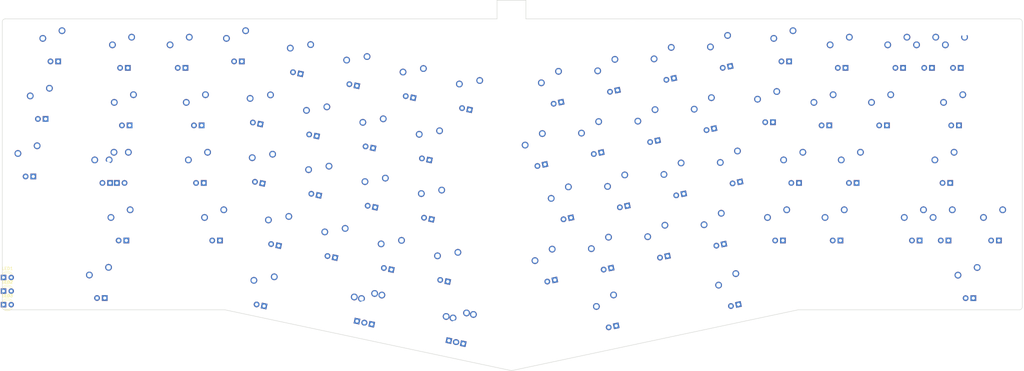
<source format=kicad_pcb>
(kicad_pcb (version 20221018) (generator pcbnew)
  (layers (0 "F.Cu" signal) (31 "B.Cu" signal) (34 "B.Paste" user) (35 "F.Paste" user) (36 "B.SilkS" user "B.Silkscreen") (37 "F.SilkS" user "F.Silkscreen") (38 "B.Mask" user) (39 "F.Mask" user) (44 "Edge.Cuts" user))
  (net 0 "")
  (net 1 "Net-(LED1-Pad2)")
  (net 2 "Net-(LED1-Pad1)")
  (net 3 "Net-(LED2-Pad2)")
  (net 4 "Net-(LED2-Pad1)")
  (net 5 "Net-(LED3-Pad2)")
  (net 6 "Net-(LED3-Pad1)")
  (net 7 "Net-(MX1-Pad2)")
  (net 8 "Net-(MX1-Pad1)")
  (net 9 "Net-(MX2-Pad2)")
  (net 10 "Net-(MX2-Pad1)")
  (net 11 "Net-(MX3-Pad2)")
  (net 12 "Net-(MX3-Pad1)")
  (net 13 "Net-(MX4-Pad2)")
  (net 14 "Net-(MX4-Pad1)")
  (net 15 "Net-(MX9-Pad2)")
  (net 16 "Net-(MX9-Pad1)")
  (net 17 "Net-(MX5-Pad2)")
  (net 18 "Net-(MX5-Pad1)")
  (net 19 "Net-(MX6-Pad2)")
  (net 20 "Net-(MX6-Pad1)")
  (net 21 "Net-(MX7-Pad2)")
  (net 22 "Net-(MX7-Pad1)")
  (net 23 "Net-(MX8-Pad2)")
  (net 24 "Net-(MX8-Pad1)")
  (net 25 "Net-(MX10-Pad2)")
  (net 26 "Net-(MX10-Pad1)")
  (net 27 "Net-(MX11-Pad2)")
  (net 28 "Net-(MX11-Pad1)")
  (net 29 "Net-(MX12-Pad2)")
  (net 30 "Net-(MX12-Pad1)")
  (net 31 "Net-(B1-Pad2)")
  (net 32 "Net-(B1-Pad1)")
  (net 33 "Net-(B2-Pad2)")
  (net 34 "Net-(B2-Pad1)")
  (net 35 "Net-(B3-Pad2)")
  (net 36 "Net-(B3-Pad1)")
  (net 37 "Net-(B4-Pad2)")
  (net 38 "Net-(B4-Pad1)")
  (net 39 "Net-(B5-Pad2)")
  (net 40 "Net-(B5-Pad1)")
  (net 41 "Net-(B6-Pad2)")
  (net 42 "Net-(B6-Pad1)")
  (net 43 "Net-(B7-Pad2)")
  (net 44 "Net-(B7-Pad1)")
  (net 45 "Net-(B8-Pad2)")
  (net 46 "Net-(B8-Pad1)")
  (net 47 "Net-(B9-Pad2)")
  (net 48 "Net-(B9-Pad1)")
  (net 49 "Net-(B10-Pad2)")
  (net 50 "Net-(B10-Pad1)")
  (net 51 "Net-(B11-Pad2)")
  (net 52 "Net-(B11-Pad1)")
  (net 53 "Net-(B12-Pad2)")
  (net 54 "Net-(B12-Pad1)")
  (net 55 "Net-(MX13-Pad2)")
  (net 56 "Net-(MX13-Pad1)")
  (net 57 "Net-(MX14-Pad2)")
  (net 58 "Net-(MX14-Pad1)")
  (net 59 "Net-(MX15-Pad2)")
  (net 60 "Net-(MX15-Pad1)")
  (net 61 "Net-(MX16-Pad2)")
  (net 62 "Net-(MX16-Pad1)")
  (net 63 "Net-(MX17-Pad2)")
  (net 64 "Net-(MX17-Pad1)")
  (net 65 "Net-(B13-Pad2)")
  (net 66 "Net-(B13-Pad1)")
  (net 67 "Net-(B14-Pad2)")
  (net 68 "Net-(B14-Pad1)")
  (net 69 "Net-(B15-Pad2)")
  (net 70 "Net-(B15-Pad1)")
  (net 71 "Net-(B16-Pad2)")
  (net 72 "Net-(B16-Pad1)")
  (net 73 "Net-(B17-Pad2)")
  (net 74 "Net-(B17-Pad1)")
  (net 75 "Net-(MX18-Pad2)")
  (net 76 "Net-(MX18-Pad1)")
  (net 77 "Net-(MX19-Pad2)")
  (net 78 "Net-(MX19-Pad1)")
  (net 79 "Net-(MX20-Pad2)")
  (net 80 "Net-(MX20-Pad1)")
  (net 81 "Net-(MX21-Pad2)")
  (net 82 "Net-(MX21-Pad1)")
  (net 83 "Net-(B18-Pad2)")
  (net 84 "Net-(B18-Pad1)")
  (net 85 "Net-(B19-Pad2)")
  (net 86 "Net-(B19-Pad1)")
  (net 87 "Net-(B20-Pad2)")
  (net 88 "Net-(B20-Pad1)")
  (net 89 "Net-(B21-Pad2)")
  (net 90 "Net-(B21-Pad1)")
  (net 91 "Net-(MX22-Pad2)")
  (net 92 "Net-(MX22-Pad1)")
  (net 93 "Net-(MX23-Pad2)")
  (net 94 "Net-(MX23-Pad1)")
  (net 95 "Net-(MX24-Pad2)")
  (net 96 "Net-(MX24-Pad1)")
  (net 97 "Net-(MX25-Pad2)")
  (net 98 "Net-(MX25-Pad1)")
  (net 99 "Net-(B22-Pad2)")
  (net 100 "Net-(B22-Pad1)")
  (net 101 "Net-(B23-Pad2)")
  (net 102 "Net-(B23-Pad1)")
  (net 103 "Net-(B24-Pad2)")
  (net 104 "Net-(B24-Pad1)")
  (net 105 "Net-(B25-Pad2)")
  (net 106 "Net-(B25-Pad1)")
  (net 107 "Net-(MX26-Pad2)")
  (net 108 "Net-(MX26-Pad1)")
  (net 109 "Net-(B26-Pad2)")
  (net 110 "Net-(B26-Pad1)")
  (net 111 "Net-(MX27-Pad2)")
  (net 112 "Net-(MX27-Pad1)")
  (net 113 "Net-(MX28-Pad2)")
  (net 114 "Net-(MX28-Pad1)")
  (net 115 "Net-(MX29-Pad2)")
  (net 116 "Net-(MX29-Pad1)")
  (net 117 "Net-(MX30-Pad2)")
  (net 118 "Net-(MX30-Pad1)")
  (net 119 "Net-(MX31-Pad2)")
  (net 120 "Net-(MX31-Pad1)")
  (net 121 "Net-(MX32-Pad2)")
  (net 122 "Net-(MX32-Pad1)")
  (net 123 "Net-(B27-Pad2)")
  (net 124 "Net-(B27-Pad1)")
  (net 125 "Net-(B28-Pad2)")
  (net 126 "Net-(B28-Pad1)")
  (net 127 "Net-(B29-Pad2)")
  (net 128 "Net-(B29-Pad1)")
  (net 129 "Net-(B30-Pad2)")
  (net 130 "Net-(B30-Pad1)")
  (net 131 "Net-(B31-Pad2)")
  (net 132 "Net-(B31-Pad1)")
  (net 133 "Net-(B32-Pad2)")
  (net 134 "Net-(B32-Pad1)")
  (net 135 "Net-(MX33-Pad2)")
  (net 136 "Net-(MX33-Pad1)")
  (net 137 "Net-(MX34-Pad2)")
  (net 138 "Net-(MX34-Pad1)")
  (net 139 "Net-(MX35-Pad2)")
  (net 140 "Net-(MX35-Pad1)")
  (net 141 "Net-(MX36-Pad2)")
  (net 142 "Net-(MX36-Pad1)")
  (net 143 "Net-(MX37-Pad2)")
  (net 144 "Net-(MX37-Pad1)")
  (net 145 "Net-(MX38-Pad2)")
  (net 146 "Net-(MX38-Pad1)")
  (net 147 "Net-(MX39-Pad2)")
  (net 148 "Net-(MX39-Pad1)")
  (net 149 "Net-(MX40-Pad2)")
  (net 150 "Net-(MX40-Pad1)")
  (net 151 "Net-(MX41-Pad2)")
  (net 152 "Net-(MX41-Pad1)")
  (net 153 "Net-(B33-Pad2)")
  (net 154 "Net-(B33-Pad1)")
  (net 155 "Net-(B34-Pad2)")
  (net 156 "Net-(B34-Pad1)")
  (net 157 "Net-(B35-Pad2)")
  (net 158 "Net-(B35-Pad1)")
  (net 159 "Net-(B36-Pad2)")
  (net 160 "Net-(B36-Pad1)")
  (net 161 "Net-(B37-Pad2)")
  (net 162 "Net-(B37-Pad1)")
  (net 163 "Net-(B38-Pad2)")
  (net 164 "Net-(B38-Pad1)")
  (net 165 "Net-(B39-Pad2)")
  (net 166 "Net-(B39-Pad1)")
  (net 167 "Net-(B40-Pad2)")
  (net 168 "Net-(B40-Pad1)")
  (net 169 "Net-(B41-Pad2)")
  (net 170 "Net-(B41-Pad1)")
  (net 171 "Net-(MX42-Pad2)")
  (net 172 "Net-(MX42-Pad1)")
  (net 173 "Net-(MX43-Pad2)")
  (net 174 "Net-(MX43-Pad1)")
  (net 175 "Net-(MX44-Pad2)")
  (net 176 "Net-(MX44-Pad1)")
  (net 177 "Net-(MX45-Pad2)")
  (net 178 "Net-(MX45-Pad1)")
  (net 179 "Net-(B42-Pad2)")
  (net 180 "Net-(B42-Pad1)")
  (net 181 "Net-(B43-Pad2)")
  (net 182 "Net-(B43-Pad1)")
  (net 183 "Net-(B44-Pad2)")
  (net 184 "Net-(B44-Pad1)")
  (net 185 "Net-(B45-Pad2)")
  (net 186 "Net-(B45-Pad1)")
  (net 187 "Net-(MX46-Pad2)")
  (net 188 "Net-(MX46-Pad1)")
  (net 189 "Net-(MX47-Pad2)")
  (net 190 "Net-(MX47-Pad1)")
  (net 191 "Net-(MX48-Pad2)")
  (net 192 "Net-(MX48-Pad1)")
  (net 193 "Net-(MX49-Pad2)")
  (net 194 "Net-(MX49-Pad1)")
  (net 195 "Net-(MX50-Pad2)")
  (net 196 "Net-(MX50-Pad1)")
  (net 197 "Net-(B46-Pad2)")
  (net 198 "Net-(B46-Pad1)")
  (net 199 "Net-(B47-Pad2)")
  (net 200 "Net-(B47-Pad1)")
  (net 201 "Net-(B48-Pad2)")
  (net 202 "Net-(B48-Pad1)")
  (net 203 "Net-(B49-Pad2)")
  (net 204 "Net-(B49-Pad1)")
  (net 205 "Net-(B50-Pad2)")
  (net 206 "Net-(B50-Pad1)")
  (net 207 "Net-(MX51-Pad2)")
  (net 208 "Net-(MX51-Pad1)")
  (net 209 "Net-(MX52-Pad2)")
  (net 210 "Net-(MX52-Pad1)")
  (net 211 "Net-(MX53-Pad2)")
  (net 212 "Net-(MX53-Pad1)")
  (net 213 "Net-(MX54-Pad2)")
  (net 214 "Net-(MX54-Pad1)")
  (net 215 "Net-(MX55-Pad2)")
  (net 216 "Net-(MX55-Pad1)")
  (net 217 "Net-(MX56-Pad2)")
  (net 218 "Net-(MX56-Pad1)")
  (net 219 "Net-(MX57-Pad2)")
  (net 220 "Net-(MX57-Pad1)")
  (net 221 "Net-(MX58-Pad2)")
  (net 222 "Net-(MX58-Pad1)")
  (net 223 "Net-(B51-Pad2)")
  (net 224 "Net-(B51-Pad1)")
  (net 225 "Net-(B52-Pad2)")
  (net 226 "Net-(B52-Pad1)")
  (net 227 "Net-(B53-Pad2)")
  (net 228 "Net-(B53-Pad1)")
  (net 229 "Net-(B54-Pad2)")
  (net 230 "Net-(B54-Pad1)")
  (net 231 "Net-(B55-Pad2)")
  (net 232 "Net-(B55-Pad1)")
  (net 233 "Net-(B56-Pad2)")
  (net 234 "Net-(B56-Pad1)")
  (net 235 "Net-(B57-Pad2)")
  (net 236 "Net-(B57-Pad1)")
  (net 237 "Net-(B58-Pad2)")
  (net 238 "Net-(B58-Pad1)")
  (net 239 "Net-(MX59-Pad2)")
  (net 240 "Net-(MX59-Pad1)")
  (net 241 "Net-(MX60-Pad2)")
  (net 242 "Net-(MX60-Pad1)")
  (net 243 "Net-(MX61-Pad2)")
  (net 244 "Net-(MX61-Pad1)")
  (net 245 "Net-(MX62-Pad2)")
  (net 246 "Net-(MX62-Pad1)")
  (net 247 "Net-(MX63-Pad2)")
  (net 248 "Net-(MX63-Pad1)")
  (net 249 "Net-(MX64-Pad2)")
  (net 250 "Net-(MX64-Pad1)")
  (net 251 "Net-(MX59A2-Pad2)")
  (net 252 "Net-(MX59A2-Pad1)")
  (net 253 "Net-(MX62A2-Pad2)")
  (net 254 "Net-(MX62A2-Pad1)")
  (net 255 "Net-(B59-Pad2)")
  (net 256 "Net-(B59-Pad1)")
  (net 257 "Net-(B60-Pad2)")
  (net 258 "Net-(B60-Pad1)")
  (net 259 "Net-(B61-Pad2)")
  (net 260 "Net-(B61-Pad1)")
  (net 261 "Net-(B62-Pad2)")
  (net 262 "Net-(B62-Pad1)")
  (net 263 "Net-(B63-Pad2)")
  (net 264 "Net-(B63-Pad1)")
  (net 265 "Net-(B64-Pad2)")
  (net 266 "Net-(B64-Pad1)")
  (net 267 "Net-(B59A1-Pad2)")
  (net 268 "Net-(B59A1-Pad1)")
  (net 269 "Net-(B59A2-Pad2)")
  (net 270 "Net-(B59A2-Pad1)")
  (net 271 "Net-(B62A1-Pad2)")
  (net 272 "Net-(B62A1-Pad1)")
  (net 273 "Net-(B62A2-Pad2)")
  (net 274 "Net-(B62A2-Pad1)")
  (footprint "LED_THT:LED_D3.0mm" (layer "F.Cu") (at -48.058541 -24.735934)
    (fp_text reference "LED1")
    (fp_text value "LED")
  )
  (footprint "LED_THT:LED_D3.0mm" (layer "F.Cu") (at -48.058541 -20.235934)
    (fp_text reference "LED2")
    (fp_text value "LED")
  )
  (footprint "LED_THT:LED_D3.0mm" (layer "F.Cu") (at -48.058541 -15.735934)
    (fp_text reference "LED3")
    (fp_text value "LED")
  )
  (footprint "MX_Alps:MXOnly-1U-NoLED" (layer "F.Cu") (at -31.268541 -101.355934)
    (fp_text reference "MX1")
    (fp_text value "MX-NoLED")
  )
  (footprint "MX_Alps:MXOnly-1U-NoLED" (layer "F.Cu") (at -35.428541 -82.305934)
    (fp_text reference "MX2")
    (fp_text value "MX-NoLED")
  )
  (footprint "MX_Alps:MXOnly-1U-NoLED" (layer "F.Cu") (at -39.498541 -63.255934)
    (fp_text reference "MX3")
    (fp_text value "MX-NoLED")
  )
  (footprint "MX_Alps:MXOnly-1U-NoLED" (layer "F.Cu") (at -8.248541 -99.215934)
    (fp_text reference "MX4")
    (fp_text value "MX-NoLED")
  )
  (footprint "MX_Alps:MXOnly-1U-NoLED" (layer "F.Cu") (at 10.801459 -99.215934)
    (fp_text reference "MX9")
    (fp_text value "MX-NoLED")
  )
  (footprint "MX_Alps:MXOnly-1.5U-NoLED" (layer "F.Cu") (at -7.648541 -80.165934)
    (fp_text reference "MX5")
    (fp_text value "MX-NoLED")
  )
  (footprint "MX_Alps:MXOnly-1.75U-NoLED" (layer "F.Cu") (at -9.336541 -61.115934)
    (fp_text reference "MX6")
    (fp_text value "MX-NoLED")
  )
  (footprint "MX_Alps:MXOnly-2.25U-NoLED" (layer "F.Cu") (at -8.738541 -42.065934)
    (fp_text reference "MX7")
    (fp_text value "MX-NoLED")
  )
  (footprint "MX_Alps:MXOnly-1.5U-NoLED" (layer "F.Cu") (at -15.878541 -23.015934)
    (fp_text reference "MX8")
    (fp_text value "MX-NoLED")
  )
  (footprint "MX_Alps:MXOnly-1.25U-NoLED" (layer "F.Cu") (at -14.099541 -61.115934)
    (fp_text reference "MX6A1")
    (fp_text value "MX-NoLED")
  )
  (footprint "MX_Alps:MXOnly-1U-NoLED" (layer "F.Cu") (at 16.161459 -80.165934)
    (fp_text reference "MX10")
    (fp_text value "MX-NoLED")
  )
  (footprint "MX_Alps:MXOnly-1U-NoLED" (layer "F.Cu") (at 16.861459 -61.115934)
    (fp_text reference "MX11")
    (fp_text value "MX-NoLED")
  )
  (footprint "MX_Alps:MXOnly-1U-NoLED" (layer "F.Cu") (at 22.211459 -42.065934)
    (fp_text reference "MX12")
    (fp_text value "MX-NoLED")
  )
  (footprint "MX_Alps:MXOnly-LEDONLY" (layer "F.Cu") (at -31.268541 -101.355934)
    (fp_text reference "B1")
    (fp_text value "LED")
  )
  (footprint "MX_Alps:MXOnly-LEDONLY" (layer "F.Cu") (at -35.428541 -82.305934)
    (fp_text reference "B2")
    (fp_text value "LED")
  )
  (footprint "MX_Alps:MXOnly-LEDONLY" (layer "F.Cu") (at -39.498541 -63.255934)
    (fp_text reference "B3")
    (fp_text value "LED")
  )
  (footprint "MX_Alps:MXOnly-LEDONLY" (layer "F.Cu") (at -8.248541 -99.215934)
    (fp_text reference "B4")
    (fp_text value "LED")
  )
  (footprint "MX_Alps:MXOnly-LEDONLY" (layer "F.Cu") (at -7.648541 -80.165934)
    (fp_text reference "B5")
    (fp_text value "LED")
  )
  (footprint "MX_Alps:MXOnly-LEDONLY" (layer "F.Cu") (at -9.336541 -61.115934)
    (fp_text reference "B6")
    (fp_text value "LED")
  )
  (footprint "MX_Alps:MXOnly-LEDONLY" (layer "F.Cu") (at -8.738541 -42.065934)
    (fp_text reference "B7")
    (fp_text value "LED")
  )
  (footprint "MX_Alps:MXOnly-LEDONLY" (layer "F.Cu") (at -15.878541 -23.015934)
    (fp_text reference "B8")
    (fp_text value "LED")
  )
  (footprint "MX_Alps:MXOnly-LEDONLY" (layer "F.Cu") (at 10.801459 -99.215934)
    (fp_text reference "B9")
    (fp_text value "LED")
  )
  (footprint "MX_Alps:MXOnly-LEDONLY" (layer "F.Cu") (at 16.161459 -80.165934)
    (fp_text reference "B10")
    (fp_text value "LED")
  )
  (footprint "MX_Alps:MXOnly-LEDONLY" (layer "F.Cu") (at 16.861459 -61.115934)
    (fp_text reference "B11")
    (fp_text value "LED")
  )
  (footprint "MX_Alps:MXOnly-LEDONLY" (layer "F.Cu") (at 22.211459 -42.065934)
    (fp_text reference "B12")
    (fp_text value "LED")
  )
  (footprint "MX_Alps:MXOnly-LEDONLY" (layer "F.Cu") (at -14.099541 -61.115934)
    (fp_text reference "B6A1")
    (fp_text value "LED")
  )
  (footprint "MX_Alps:MXOnly-1U-NoLED" (layer "F.Cu") (at 29.441459 -101.355934)
    (fp_text reference "MX13")
    (fp_text value "MX-NoLED")
  )
  (footprint "MX_Alps:MXOnly-1U-NoLED" (layer "F.Cu") (at 36.661459 -80.745934 -12)
    (fp_text reference "MX14")
    (fp_text value "MX-NoLED")
  )
  (footprint "MX_Alps:MXOnly-1U-NoLED" (layer "F.Cu") (at 37.361459 -61.115934 -12)
    (fp_text reference "MX15")
    (fp_text value "MX-NoLED")
  )
  (footprint "MX_Alps:MXOnly-1U-NoLED" (layer "F.Cu") (at 42.711459 -40.505934 -12)
    (fp_text reference "MX16")
    (fp_text value "MX-NoLED")
  )
  (footprint "MX_Alps:MXOnly-1.5U-NoLED" (layer "F.Cu") (at 37.901459 -20.515934 -12)
    (fp_text reference "MX17")
    (fp_text value "MX-NoLED")
  )
  (footprint "MX_Alps:MXOnly-LEDONLY" (layer "F.Cu") (at 29.441459 -101.355934)
    (fp_text reference "B13")
    (fp_text value "LED")
  )
  (footprint "MX_Alps:MXOnly-LEDONLY" (layer "F.Cu") (at 36.661459 -80.745934 -12)
    (fp_text reference "B14")
    (fp_text value "LED")
  )
  (footprint "MX_Alps:MXOnly-LEDONLY" (layer "F.Cu") (at 37.361459 -61.115934 -12)
    (fp_text reference "B15")
    (fp_text value "LED")
  )
  (footprint "MX_Alps:MXOnly-LEDONLY" (layer "F.Cu") (at 42.711459 -40.505934 -12)
    (fp_text reference "B16")
    (fp_text value "LED")
  )
  (footprint "MX_Alps:MXOnly-LEDONLY" (layer "F.Cu") (at 37.901459 -20.515934 -12)
    (fp_text reference "B17")
    (fp_text value "LED")
  )
  (footprint "MX_Alps:MXOnly-1U-NoLED" (layer "F.Cu") (at 49.941459 -97.395934 -12)
    (fp_text reference "MX18")
    (fp_text value "MX-NoLED")
  )
  (footprint "MX_Alps:MXOnly-1U-NoLED" (layer "F.Cu") (at 55.295459 -76.784934 -12)
    (fp_text reference "MX19")
    (fp_text value "MX-NoLED")
  )
  (footprint "MX_Alps:MXOnly-1U-NoLED" (layer "F.Cu") (at 55.995459 -57.154934 -12)
    (fp_text reference "MX20")
    (fp_text value "MX-NoLED")
  )
  (footprint "MX_Alps:MXOnly-1U-NoLED" (layer "F.Cu") (at 61.345459 -36.544934 -12)
    (fp_text reference "MX21")
    (fp_text value "MX-NoLED")
  )
  (footprint "MountingHole:MountingHole_5mm" (layer "F.Cu") (at 78.739459 -104.597934)
    (fp_text reference "H1")
    (fp_text value "MountingHole")
  )
  (footprint "MountingHole:MountingHole_5mm" (layer "F.Cu") (at 159.684459 -106.277934)
    (fp_text reference "H2")
    (fp_text value "MountingHole")
  )
  (footprint "MX_Alps:MXOnly-LEDONLY" (layer "F.Cu") (at 49.941459 -97.395934 -12)
    (fp_text reference "B18")
    (fp_text value "LED")
  )
  (footprint "MX_Alps:MXOnly-LEDONLY" (layer "F.Cu") (at 55.295459 -76.784934 -12)
    (fp_text reference "B19")
    (fp_text value "LED")
  )
  (footprint "MX_Alps:MXOnly-LEDONLY" (layer "F.Cu") (at 55.995459 -57.154934 -12)
    (fp_text reference "B20")
    (fp_text value "LED")
  )
  (footprint "MX_Alps:MXOnly-LEDONLY" (layer "F.Cu") (at 61.345459 -36.544934 -12)
    (fp_text reference "B21")
    (fp_text value "LED")
  )
  (footprint "MX_Alps:MXOnly-1U-NoLED" (layer "F.Cu") (at 68.575459 -93.434934 -12)
    (fp_text reference "MX22")
    (fp_text value "MX-NoLED")
  )
  (footprint "MX_Alps:MXOnly-1U-NoLED" (layer "F.Cu") (at 73.929459 -72.823934 -12)
    (fp_text reference "MX23")
    (fp_text value "MX-NoLED")
  )
  (footprint "MX_Alps:MXOnly-1U-NoLED" (layer "F.Cu") (at 74.629459 -53.193934 -12)
    (fp_text reference "MX24")
    (fp_text value "MX-NoLED")
  )
  (footprint "MX_Alps:MXOnly-1U-NoLED" (layer "F.Cu") (at 79.979459 -32.583934 -12)
    (fp_text reference "MX25")
    (fp_text value "MX-NoLED")
  )
  (footprint "MX_Alps:MXOnly-LEDONLY" (layer "F.Cu") (at 68.575459 -93.434934 -12)
    (fp_text reference "B22")
    (fp_text value "LED")
  )
  (footprint "MX_Alps:MXOnly-LEDONLY" (layer "F.Cu") (at 73.929459 -72.823934 -12)
    (fp_text reference "B23")
    (fp_text value "LED")
  )
  (footprint "MX_Alps:MXOnly-LEDONLY" (layer "F.Cu") (at 74.629459 -53.193934 -12)
    (fp_text reference "B24")
    (fp_text value "LED")
  )
  (footprint "MX_Alps:MXOnly-LEDONLY" (layer "F.Cu") (at 79.979459 -32.583934 -12)
    (fp_text reference "B25")
    (fp_text value "LED")
  )
  (footprint "MX_Alps:MXOnly-2.25U-ReversedStabilizers-NoLED" (layer "F.Cu") (at 73.478459 -14.478934 -12)
    (fp_text reference "MX26")
    (fp_text value "MX-NoLED")
  )
  (footprint "MX_Alps:MXOnly-2U-ReversedStabilizers-NoLED" (layer "F.Cu") (at 71.093459 -15.004934 -12)
    (fp_text reference "MX26A1")
    (fp_text value "MX-NoLED")
  )
  (footprint "MX_Alps:MXOnly-LEDONLY" (layer "F.Cu") (at 73.478459 -14.478934 -12)
    (fp_text reference "B26")
    (fp_text value "LED")
  )
  (footprint "MX_Alps:MXOnly-LEDONLY" (layer "F.Cu") (at 71.093459 -15.004934 -12)
    (fp_text reference "B26A1")
    (fp_text value "LED")
  )
  (footprint "MX_Alps:MXOnly-1U-NoLED" (layer "F.Cu") (at 87.209459 -89.473934 -12)
    (fp_text reference "MX27")
    (fp_text value "MX-NoLED")
  )
  (footprint "MX_Alps:MXOnly-1U-NoLED" (layer "F.Cu") (at 92.563459 -68.862934 -12)
    (fp_text reference "MX28")
    (fp_text value "MX-NoLED")
  )
  (footprint "MX_Alps:MXOnly-1U-NoLED" (layer "F.Cu") (at 93.263459 -49.232934 -12)
    (fp_text reference "MX29")
    (fp_text value "MX-NoLED")
  )
  (footprint "MX_Alps:MXOnly-1U-NoLED" (layer "F.Cu") (at 98.613459 -28.622934 -12)
    (fp_text reference "MX30")
    (fp_text value "MX-NoLED")
  )
  (footprint "MX_Alps:MXOnly-1U-NoLED" (layer "F.Cu") (at 103.745459 -8.053934 -12)
    (fp_text reference "MX31")
    (fp_text value "MX-NoLED")
  )
  (footprint "MX_Alps:MXOnly-1U-NoLED" (layer "F.Cu") (at 105.838459 -85.512934 -12)
    (fp_text reference "MX32")
    (fp_text value "MX-NoLED")
  )
  (footprint "MX_Alps:MXOnly-1.25U-NoLED" (layer "F.Cu") (at 101.470459 -8.554934 -12)
    (fp_text reference "MX31A1")
    (fp_text value "MX-NoLED")
  )
  (footprint "MX_Alps:MXOnly-LEDONLY" (layer "F.Cu") (at 87.209459 -89.473934 -12)
    (fp_text reference "B27")
    (fp_text value "LED")
  )
  (footprint "MX_Alps:MXOnly-LEDONLY" (layer "F.Cu") (at 92.563459 -68.862934 -12)
    (fp_text reference "B28")
    (fp_text value "LED")
  )
  (footprint "MX_Alps:MXOnly-LEDONLY" (layer "F.Cu") (at 93.263459 -49.232934 -12)
    (fp_text reference "B29")
    (fp_text value "LED")
  )
  (footprint "MX_Alps:MXOnly-LEDONLY" (layer "F.Cu") (at 98.613459 -28.622934 -12)
    (fp_text reference "B30")
    (fp_text value "LED")
  )
  (footprint "MX_Alps:MXOnly-LEDONLY" (layer "F.Cu") (at 103.745459 -8.053934 -12)
    (fp_text reference "B31")
    (fp_text value "LED")
  )
  (footprint "MX_Alps:MXOnly-LEDONLY" (layer "F.Cu") (at 105.838459 -85.512934 -12)
    (fp_text reference "B32")
    (fp_text value "LED")
  )
  (footprint "MX_Alps:MXOnly-LEDONLY" (layer "F.Cu") (at 101.470459 -8.554934 -12)
    (fp_text reference "B31A1")
    (fp_text value "LED")
  )
  (footprint "MX_Alps:MXOnly-1U-NoLED" (layer "F.Cu") (at 134.000459 -87.492934 12)
    (fp_text reference "MX33")
    (fp_text value "MX-NoLED")
  )
  (footprint "MX_Alps:MXOnly-1U-NoLED" (layer "F.Cu") (at 128.640459 -66.882934 12)
    (fp_text reference "MX34")
    (fp_text value "MX-NoLED")
  )
  (footprint "MX_Alps:MXOnly-1U-NoLED" (layer "F.Cu") (at 137.260459 -49.232934 12)
    (fp_text reference "MX35")
    (fp_text value "MX-NoLED")
  )
  (footprint "MX_Alps:MXOnly-1U-NoLED" (layer "F.Cu") (at 131.900459 -28.622934 12)
    (fp_text reference "MX36")
    (fp_text value "MX-NoLED")
  )
  (footprint "MX_Alps:MXOnly-1U-NoLED" (layer "F.Cu") (at 152.634459 -91.453934 12)
    (fp_text reference "MX37")
    (fp_text value "MX-NoLED")
  )
  (footprint "MX_Alps:MXOnly-1U-NoLED" (layer "F.Cu") (at 147.274459 -70.843934 12)
    (fp_text reference "MX38")
    (fp_text value "MX-NoLED")
  )
  (footprint "MX_Alps:MXOnly-1U-NoLED" (layer "F.Cu") (at 155.894459 -53.193934 12)
    (fp_text reference "MX39")
    (fp_text value "MX-NoLED")
  )
  (footprint "MX_Alps:MXOnly-1U-NoLED" (layer "F.Cu") (at 150.534459 -32.583934 12)
    (fp_text reference "MX40")
    (fp_text value "MX-NoLED")
  )
  (footprint "MX_Alps:MXOnly-2.75U-ReversedStabilizers-NoLED" (layer "F.Cu") (at 152.201459 -13.454934 12)
    (fp_text reference "MX41")
    (fp_text value "MX-NoLED")
  )
  (footprint "MX_Alps:MXOnly-LEDONLY" (layer "F.Cu") (at 134.000459 -87.492934 12)
    (fp_text reference "B33")
    (fp_text value "LED")
  )
  (footprint "MX_Alps:MXOnly-LEDONLY" (layer "F.Cu") (at 128.640459 -66.882934 12)
    (fp_text reference "B34")
    (fp_text value "LED")
  )
  (footprint "MX_Alps:MXOnly-LEDONLY" (layer "F.Cu") (at 137.260459 -49.232934 12)
    (fp_text reference "B35")
    (fp_text value "LED")
  )
  (footprint "MX_Alps:MXOnly-LEDONLY" (layer "F.Cu") (at 131.900459 -28.622934 12)
    (fp_text reference "B36")
    (fp_text value "LED")
  )
  (footprint "MX_Alps:MXOnly-LEDONLY" (layer "F.Cu") (at 152.634459 -91.453934 12)
    (fp_text reference "B37")
    (fp_text value "LED")
  )
  (footprint "MX_Alps:MXOnly-LEDONLY" (layer "F.Cu") (at 147.274459 -70.843934 12)
    (fp_text reference "B38")
    (fp_text value "LED")
  )
  (footprint "MX_Alps:MXOnly-LEDONLY" (layer "F.Cu") (at 155.894459 -53.193934 12)
    (fp_text reference "B39")
    (fp_text value "LED")
  )
  (footprint "MX_Alps:MXOnly-LEDONLY" (layer "F.Cu") (at 150.534459 -32.583934 12)
    (fp_text reference "B40")
    (fp_text value "LED")
  )
  (footprint "MX_Alps:MXOnly-LEDONLY" (layer "F.Cu") (at 152.201459 -13.454934 12)
    (fp_text reference "B41")
    (fp_text value "LED")
  )
  (footprint "MX_Alps:MXOnly-1U-NoLED" (layer "F.Cu") (at 171.268459 -95.414934 12)
    (fp_text reference "MX42")
    (fp_text value "MX-NoLED")
  )
  (footprint "MX_Alps:MXOnly-1U-NoLED" (layer "F.Cu") (at 165.908459 -74.804934 12)
    (fp_text reference "MX43")
    (fp_text value "MX-NoLED")
  )
  (footprint "MX_Alps:MXOnly-1U-NoLED" (layer "F.Cu") (at 174.528459 -57.154934 12)
    (fp_text reference "MX44")
    (fp_text value "MX-NoLED")
  )
  (footprint "MX_Alps:MXOnly-1U-NoLED" (layer "F.Cu") (at 169.168459 -36.544934 12)
    (fp_text reference "MX45")
    (fp_text value "MX-NoLED")
  )
  (footprint "MX_Alps:MXOnly-LEDONLY" (layer "F.Cu") (at 171.268459 -95.414934 12)
    (fp_text reference "B42")
    (fp_text value "LED")
  )
  (footprint "MX_Alps:MXOnly-LEDONLY" (layer "F.Cu") (at 165.908459 -74.804934 12)
    (fp_text reference "B43")
    (fp_text value "LED")
  )
  (footprint "MX_Alps:MXOnly-LEDONLY" (layer "F.Cu") (at 174.528459 -57.154934 12)
    (fp_text reference "B44")
    (fp_text value "LED")
  )
  (footprint "MX_Alps:MXOnly-LEDONLY" (layer "F.Cu") (at 169.168459 -36.544934 12)
    (fp_text reference "B45")
    (fp_text value "LED")
  )
  (footprint "MX_Alps:MXOnly-1U-NoLED" (layer "F.Cu") (at 189.902459 -99.375934 12)
    (fp_text reference "MX46")
    (fp_text value "MX-NoLED")
  )
  (footprint "MX_Alps:MXOnly-1U-NoLED" (layer "F.Cu") (at 184.542459 -78.765934 12)
    (fp_text reference "MX47")
    (fp_text value "MX-NoLED")
  )
  (footprint "MX_Alps:MXOnly-1U-NoLED" (layer "F.Cu") (at 193.162459 -61.115934 12)
    (fp_text reference "MX48")
    (fp_text value "MX-NoLED")
  )
  (footprint "MX_Alps:MXOnly-1U-NoLED" (layer "F.Cu") (at 187.802459 -40.505934 12)
    (fp_text reference "MX49")
    (fp_text value "MX-NoLED")
  )
  (footprint "MX_Alps:MXOnly-1.5U-NoLED" (layer "F.Cu") (at 192.612459 -20.515934 12)
    (fp_text reference "MX50")
    (fp_text value "MX-NoLED")
  )
  (footprint "MX_Alps:MXOnly-LEDONLY" (layer "F.Cu") (at 189.902459 -99.375934 12)
    (fp_text reference "B46")
    (fp_text value "LED")
  )
  (footprint "MX_Alps:MXOnly-LEDONLY" (layer "F.Cu") (at 184.542459 -78.765934 12)
    (fp_text reference "B47")
    (fp_text value "LED")
  )
  (footprint "MX_Alps:MXOnly-LEDONLY" (layer "F.Cu") (at 193.162459 -61.115934 12)
    (fp_text reference "B48")
    (fp_text value "LED")
  )
  (footprint "MX_Alps:MXOnly-LEDONLY" (layer "F.Cu") (at 187.802459 -40.505934 12)
    (fp_text reference "B49")
    (fp_text value "LED")
  )
  (footprint "MX_Alps:MXOnly-LEDONLY" (layer "F.Cu") (at 192.612459 -20.515934 12)
    (fp_text reference "B50")
    (fp_text value "LED")
  )
  (footprint "MX_Alps:MXOnly-1U-NoLED" (layer "F.Cu") (at 210.402459 -101.355934)
    (fp_text reference "MX51")
    (fp_text value "MX-NoLED")
  )
  (footprint "MX_Alps:MXOnly-1U-NoLED" (layer "F.Cu") (at 205.042459 -81.225934)
    (fp_text reference "MX52")
    (fp_text value "MX-NoLED")
  )
  (footprint "MX_Alps:MXOnly-1U-NoLED" (layer "F.Cu") (at 213.662459 -61.115934)
    (fp_text reference "MX53")
    (fp_text value "MX-NoLED")
  )
  (footprint "MX_Alps:MXOnly-1U-NoLED" (layer "F.Cu") (at 208.334459 -42.065934)
    (fp_text reference "MX54")
    (fp_text value "MX-NoLED")
  )
  (footprint "MX_Alps:MXOnly-1U-NoLED" (layer "F.Cu") (at 229.032459 -99.215934)
    (fp_text reference "MX55")
    (fp_text value "MX-NoLED")
  )
  (footprint "MX_Alps:MXOnly-1U-NoLED" (layer "F.Cu") (at 223.672459 -80.165934)
    (fp_text reference "MX56")
    (fp_text value "MX-NoLED")
  )
  (footprint "MX_Alps:MXOnly-1U-NoLED" (layer "F.Cu") (at 232.712459 -61.115934)
    (fp_text reference "MX57")
    (fp_text value "MX-NoLED")
  )
  (footprint "MX_Alps:MXOnly-1U-NoLED" (layer "F.Cu") (at 227.352459 -42.065934)
    (fp_text reference "MX58")
    (fp_text value "MX-NoLED")
  )
  (footprint "MX_Alps:MXOnly-LEDONLY" (layer "F.Cu") (at 210.402459 -101.355934)
    (fp_text reference "B51")
    (fp_text value "LED")
  )
  (footprint "MX_Alps:MXOnly-LEDONLY" (layer "F.Cu") (at 205.042459 -81.225934)
    (fp_text reference "B52")
    (fp_text value "LED")
  )
  (footprint "MX_Alps:MXOnly-LEDONLY" (layer "F.Cu") (at 213.662459 -61.115934)
    (fp_text reference "B53")
    (fp_text value "LED")
  )
  (footprint "MX_Alps:MXOnly-LEDONLY" (layer "F.Cu") (at 208.334459 -42.065934)
    (fp_text reference "B54")
    (fp_text value "LED")
  )
  (footprint "MX_Alps:MXOnly-LEDONLY" (layer "F.Cu") (at 229.032459 -99.215934)
    (fp_text reference "B55")
    (fp_text value "LED")
  )
  (footprint "MX_Alps:MXOnly-LEDONLY" (layer "F.Cu") (at 223.672459 -80.165934)
    (fp_text reference "B56")
    (fp_text value "LED")
  )
  (footprint "MX_Alps:MXOnly-LEDONLY" (layer "F.Cu") (at 232.712459 -61.115934)
    (fp_text reference "B57")
    (fp_text value "LED")
  )
  (footprint "MX_Alps:MXOnly-LEDONLY" (layer "F.Cu") (at 227.352459 -42.065934)
    (fp_text reference "B58")
    (fp_text value "LED")
  )
  (footprint "MX_Alps:MXOnly-2U-NoLED" (layer "F.Cu") (at 257.607459 -99.21875)
    (fp_text reference "MX59")
    (fp_text value "MX-NoLED")
  )
  (footprint "MX_Alps:MXOnly-1U-NoLED" (layer "F.Cu") (at 242.722459 -80.165934)
    (fp_text reference "MX60")
    (fp_text value "MX-NoLED")
  )
  (footprint "MX_Alps:MXOnly-2.25U-ReversedStabilizers-NoLED" (layer "F.Cu") (at 263.662459 -61.115934)
    (fp_text reference "MX61")
    (fp_text value "MX-NoLED")
  )
  (footprint "MX_Alps:MXOnly-1.5U-NoLED" (layer "F.Cu") (at 266.542459 -80.165934)
    (fp_text reference "MX63")
    (fp_text value "MX-NoLED")
  )
  (footprint "MX_Alps:MXOnly-1.5U-NoLED" (layer "F.Cu") (at 271.298459 -22.967934)
    (fp_text reference "MX64")
    (fp_text value "MX-NoLED")
  )
  (footprint "MX_Alps:MXOnly-1U-NoLED" (layer "F.Cu") (at 267.132459 -99.215934)
    (fp_text reference "MX59A2")
    (fp_text value "MX-NoLED")
  )
  (footprint "MX_Alps:MXOnly-1.75U-NoLED" (layer "F.Cu") (at 253.547459 -42.065934)
    (fp_text reference "MX62A1")
    (fp_text value "MX-NoLED")
  )
  (footprint "MX_Alps:MXOnly-1U-NoLED" (layer "F.Cu") (at 279.741459 -42.065934)
    (fp_text reference "MX62A2")
    (fp_text value "MX-NoLED")
  )
  (footprint "MX_Alps:MXOnly-1U-NoLED" (layer "F.Cu") (at 248.082459 -99.215934)
    (fp_text reference "MX59A1")
    (fp_text value "MX-NoLED")
  )
  (footprint "MX_Alps:MXOnly-2.75U-NoLED" (layer "F.Cu") (at 263.072459 -42.065934)
    (fp_text reference "MX62")
    (fp_text value "MX-NoLED")
  )
  (footprint "MX_Alps:MXOnly-LEDONLY" (layer "F.Cu") (at 257.607459 -99.21875)
    (fp_text reference "B59")
    (fp_text value "LED")
  )
  (footprint "MX_Alps:MXOnly-LEDONLY" (layer "F.Cu") (at 242.722459 -80.165934)
    (fp_text reference "B60")
    (fp_text value "LED")
  )
  (footprint "MX_Alps:MXOnly-LEDONLY" (layer "F.Cu") (at 263.662459 -61.115934)
    (fp_text reference "B61")
    (fp_text value "LED")
  )
  (footprint "MX_Alps:MXOnly-LEDONLY" (layer "F.Cu") (at 263.072459 -42.065934)
    (fp_text reference "B62")
    (fp_text value "LED")
  )
  (footprint "MX_Alps:MXOnly-LEDONLY" (layer "F.Cu") (at 266.542459 -80.165934)
    (fp_text reference "B63")
    (fp_text value "LED")
  )
  (footprint "MX_Alps:MXOnly-LEDONLY" (layer "F.Cu") (at 271.298459 -22.967934)
    (fp_text reference "B64")
    (fp_text value "LED")
  )
  (footprint "MX_Alps:MXOnly-LEDONLY" (layer "F.Cu") (at 248.082459 -99.215934)
    (fp_text reference "B59A1")
    (fp_text value "LED")
  )
  (footprint "MX_Alps:MXOnly-LEDONLY" (layer "F.Cu") (at 267.132459 -99.215934)
    (fp_text reference "B59A2")
    (fp_text value "LED")
  )
  (footprint "MX_Alps:MXOnly-LEDONLY" (layer "F.Cu") (at 253.547459 -42.065934)
    (fp_text reference "B62A1")
    (fp_text value "LED")
  )
  (footprint "MX_Alps:MXOnly-LEDONLY" (layer "F.Cu") (at 279.741459 -42.065934)
    (fp_text reference "B62A2")
    (fp_text value "LED")
  )
  (gr_line (start -48.498541 -15.953879) (end -48.498541 -15.517989) (stroke (width 0.15)) (layer "Edge.Cuts"))
  (gr_line (start -48.498541 -20.453879) (end -48.498541 -20.017989) (stroke (width 0.15)) (layer "Edge.Cuts"))
  (gr_line (start -48.498541 -24.953879) (end -48.498541 -24.517989) (stroke (width 0.15)) (layer "Edge.Cuts"))
  (gr_line (start 119.871458 6.108391) (end 214.548971 -14.015934) (stroke (width 0.15)) (layer "Edge.Cuts"))
  (gr_line (start 124.646658 -110.355934) (end 287.740208 -110.355934) (stroke (width 0.15)) (layer "Edge.Cuts"))
  (gr_line (start 115.096258 -116.527836) (end 115.096258 -110.355934) (stroke (width 0.15)) (layer "Edge.Cuts"))
  (gr_line (start 214.548971 -14.015934) (end 287.740208 -14.015934) (stroke (width 0.15)) (layer "Edge.Cuts"))
  (gr_curve (pts (xy -47.498541 -110.355934) (xy -48.050826 -110.355934) (xy -48.498541 -109.908219) (xy -48.498541 -109.355934)) (stroke (width 0.15)) (layer "Edge.Cuts"))
  (gr_line (start -48.498541 -15.517989) (end -48.498541 -15.015934) (stroke (width 0.15)) (layer "Edge.Cuts"))
  (gr_curve (pts (xy -48.498541 -15.015934) (xy -48.498541 -14.46365) (xy -48.050826 -14.015934) (xy -47.498541 -14.015934)) (stroke (width 0.15)) (layer "Edge.Cuts"))
  (gr_line (start -48.498541 -109.355934) (end -48.498541 -24.953879) (stroke (width 0.15)) (layer "Edge.Cuts"))
  (gr_line (start 124.646658 -110.355934) (end 124.646658 -116.527832) (stroke (width 0.15)) (layer "Edge.Cuts"))
  (gr_curve (pts (xy 288.740208 -109.355934) (xy 288.740208 -109.908219) (xy 288.292493 -110.355934) (xy 287.740208 -110.355934)) (stroke (width 0.15)) (layer "Edge.Cuts"))
  (gr_line (start -47.498541 -110.355934) (end 115.096258 -110.355934) (stroke (width 0.15)) (layer "Edge.Cuts"))
  (gr_curve (pts (xy 287.740208 -14.015934) (xy 288.292493 -14.015934) (xy 288.740208 -14.46365) (xy 288.740208 -15.015934)) (stroke (width 0.15)) (layer "Edge.Cuts"))
  (gr_line (start -48.498541 -20.017989) (end -48.498541 -15.953879) (stroke (width 0.15)) (layer "Edge.Cuts"))
  (gr_line (start -47.498541 -14.015934) (end 25.193944 -14.015934) (stroke (width 0.15)) (layer "Edge.Cuts"))
  (gr_line (start -48.498541 -24.517989) (end -48.498541 -20.453879) (stroke (width 0.15)) (layer "Edge.Cuts"))
  (gr_line (start 124.646658 -116.527832) (end 115.096258 -116.527836) (stroke (width 0.15)) (layer "Edge.Cuts"))
  (gr_line (start 25.193944 -14.015934) (end 119.871458 6.108391) (stroke (width 0.15)) (layer "Edge.Cuts"))
  (gr_line (start 288.740208 -109.355934) (end 288.740208 -15.015934) (stroke (width 0.15)) (layer "Edge.Cuts"))
)
</source>
